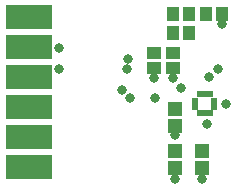
<source format=gts>
G04 Layer_Color=20142*
%FSLAX25Y25*%
%MOIN*%
G70*
G01*
G75*
%ADD22R,0.15800X0.08400*%
%ADD23R,0.03950X0.04540*%
%ADD24R,0.04540X0.03950*%
%ADD25R,0.04934X0.04540*%
%ADD26O,0.02178X0.01587*%
%ADD27O,0.01587X0.02178*%
%ADD28C,0.03200*%
D22*
X112500Y435000D02*
D03*
Y445000D02*
D03*
Y485000D02*
D03*
Y475000D02*
D03*
Y465000D02*
D03*
Y455000D02*
D03*
D23*
X165559Y479500D02*
D03*
X160441D02*
D03*
X165559Y486000D02*
D03*
X160441D02*
D03*
X176559D02*
D03*
X171441D02*
D03*
D24*
X160500Y467941D02*
D03*
Y473059D02*
D03*
X154000Y467941D02*
D03*
Y473059D02*
D03*
D25*
X161000Y454354D02*
D03*
Y448646D02*
D03*
X170000Y440354D02*
D03*
Y434646D02*
D03*
X161000Y440354D02*
D03*
Y434646D02*
D03*
D26*
X174150Y457378D02*
D03*
Y456000D02*
D03*
Y454622D02*
D03*
X167850D02*
D03*
Y456000D02*
D03*
Y457378D02*
D03*
D27*
X173067Y452850D02*
D03*
X171689D02*
D03*
X170311D02*
D03*
X168933D02*
D03*
Y459150D02*
D03*
X170311D02*
D03*
X171689D02*
D03*
X173067D02*
D03*
D28*
X143500Y460500D02*
D03*
X161000Y445500D02*
D03*
X170000Y431000D02*
D03*
X161000D02*
D03*
X176559Y482559D02*
D03*
X171689Y449189D02*
D03*
X178000Y456000D02*
D03*
X154000Y464500D02*
D03*
X172500Y465000D02*
D03*
X160500Y464500D02*
D03*
X175500Y467500D02*
D03*
X163000Y461250D02*
D03*
X122500Y474500D02*
D03*
X145500Y471000D02*
D03*
X122500Y467500D02*
D03*
X145000D02*
D03*
X154500Y458000D02*
D03*
X146000D02*
D03*
M02*

</source>
